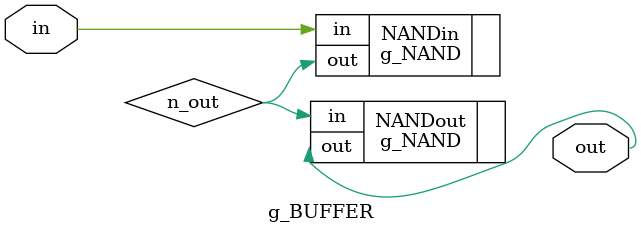
<source format=v>

module g_BUFFER
(
    input  in,
    output out
);

// | in | out |
// | -- | --- |
// | 0  | 0   | (a)
// | 1  | 1   | (a)

wire n_out;

g_NAND NANDin ( .in(in), .out(n_out) );
g_NAND NANDout ( .in(n_out), .out(out) );

endmodule

</source>
